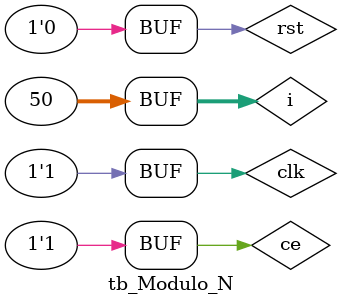
<source format=v>
`timescale 1ns / 1ps


module tb_Modulo_N #(
    parameter N = 12,
    parameter WIDTH = $clog2(N)
)
();

wire [WIDTH:0] chain;

reg clk = 1'b0;
reg ce = 1'b1;
reg rst = 1'b0;

Modulo_N #(
    .N(N)
)

dut(
    .clk(clk),
    .ce(ce),
    .rst(rst),
    .y(out)
);

integer i;
initial
begin
    for(i = 0; i < 50; i = i + 1)
    begin
        clk = 1'b0; #1;
        rst = (i == 18) ? 1'b1 : 1'b0;
        ce = (i > 34 && i < 40) ? 1'b0 : 1'b1;    
        clk = 1'b1; #1;
    end
end
    


endmodule

</source>
